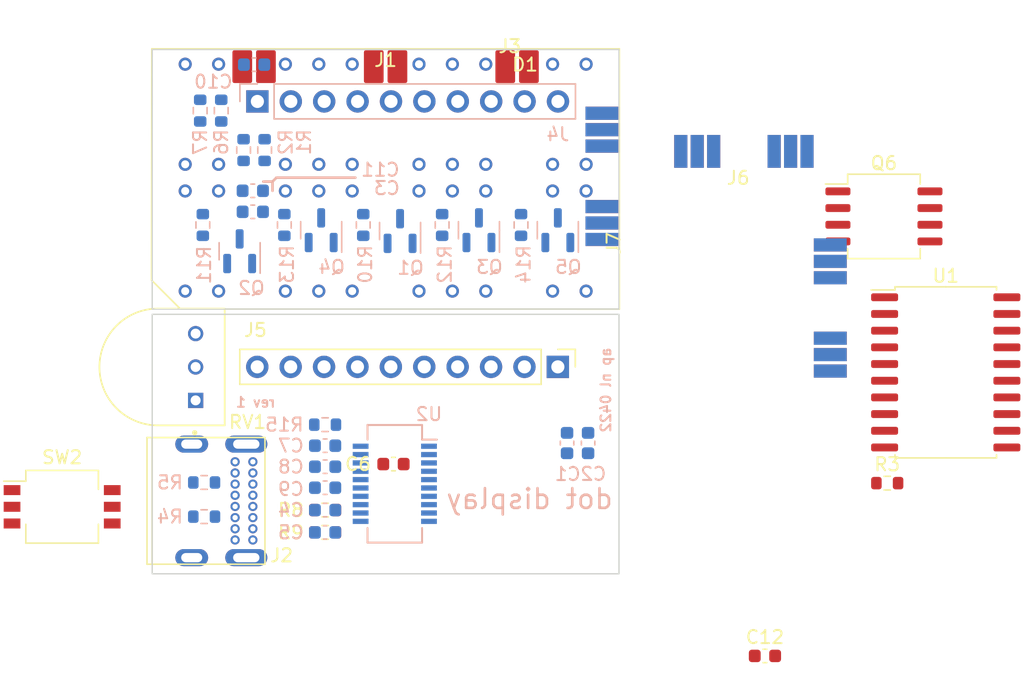
<source format=kicad_pcb>
(kicad_pcb (version 20211014) (generator pcbnew)
  (layers (0 "F.Cu" signal) (31 "B.Cu" signal) (34 "B.Paste" user) (35 "F.Paste" user) (36 "B.SilkS" user "B.Silkscreen") (37 "F.SilkS" user "F.Silkscreen") (38 "B.Mask" user) (39 "F.Mask" user) (44 "Edge.Cuts" user))
  (net 0 "")
  (net 1 "Net-(D1-Pad26A)")
  (net 2 "/COL_2")
  (net 3 "/COL_4")
  (net 4 "Net-(D1-Pad26B)")
  (net 5 "/COL_1")
  (net 6 "/V_COL")
  (net 7 "/COL_3")
  (net 8 "/COL_5")
  (net 9 "/A_DATA")
  (net 10 "/nBLNK")
  (net 11 "/CLK")
  (net 12 "GND")
  (net 13 "Net-(Q6-Pad3)")
  (net 14 "+5V")
  (net 15 "Net-(J2-PadA5)")
  (net 16 "/D+")
  (net 17 "/D-")
  (net 19 "Net-(J2-PadB5)")
  (net 21 "/MCU_COL_4")
  (net 22 "/MCU_COL_5")
  (net 23 "/POT")
  (net 26 "/MCU_DATA")
  (net 27 "/UPDI")
  (net 28 "/MCU_COL_1")
  (net 29 "/MCU_COL_2")
  (net 30 "/MCU_COL_3")
  (net 33 "+3V3")
  (net 39 "Net-(R9-Pad1)")
  (net 40 "Net-(R8-Pad1)")
  (net 44 "Net-(R15-Pad2)")
  (net 45 "Net-(Q1-Pad3)")
  (net 46 "Net-(Q2-Pad3)")
  (net 47 "Net-(Q3-Pad3)")
  (net 48 "Net-(Q4-Pad3)")
  (net 49 "Net-(Q5-Pad3)")
  (net 50 "/B_DATA")
  (net 52 "/DAISY_A_DATA")
  (net 54 "/DAISY_B_DATA")
  (net 55 "Net-(J2-PadA4)")
  (net 66 "/COL_PWM")
  (footprint "Package_SO:SOIC-20W_7.5x12.8mm_P1.27mm" (layer "F.Cu") (at 223.1 114.42)
    (fp_text reference "U1" (at 0 -7.35) (layer "F.SilkS"))
    (fp_text value "ATtiny826-SXX")
    (fp_line (start -3.86 -6.51) (end -3.86 -6.275) (layer "F.SilkS") (width 0.12))
    (fp_line (start -3.86 -6.275) (end -5.675 -6.275) (layer "F.SilkS") (width 0.12))
    (fp_line (start 0 6.51) (end -3.86 6.51) (layer "F.SilkS") (width 0.12))
    (fp_line (start 3.86 6.51) (end 3.86 6.275) (layer "F.SilkS") (width 0.12))
    (fp_line (start 0 -6.51) (end -3.86 -6.51) (layer "F.SilkS") (width 0.12))
    (fp_line (start -3.86 6.51) (end -3.86 6.275) (layer "F.SilkS") (width 0.12))
    (fp_line (start 0 6.51) (end 3.86 6.51) (layer "F.SilkS") (width 0.12))
    (fp_line (start 3.86 -6.51) (end 3.86 -6.275) (layer "F.SilkS") (width 0.12))
    (fp_line (start 0 -6.51) (end 3.86 -6.51) (layer "F.SilkS") (width 0.12))
    (pad "1" smd roundrect (at -4.65 -5.715) (size 2.05 0.6) (layers "F.Cu" "F.Paste" "F.Mask") (net 14 "+5V"))
    (pad "2" smd roundrect (at -4.65 -4.445) (size 2.05 0.6) (layers "F.Cu" "F.Paste" "F.Mask"))
    (pad "3" smd roundrect (at -4.65 -3.175) (size 2.05 0.6) (layers "F.Cu" "F.Paste" "F.Mask") (net 11 "/CLK"))
    (pad "4" smd roundrect (at -4.65 -1.905) (size 2.05 0.6) (layers "F.Cu" "F.Paste" "F.Mask"))
    (pad "5" smd roundrect (at -4.65 -0.635) (size 2.05 0.6) (layers "F.Cu" "F.Paste" "F.Mask") (net 10 "/nBLNK"))
    (pad "6" smd roundrect (at -4.65 0.635) (size 2.05 0.6) (layers "F.Cu" "F.Paste" "F.Mask") (net 26 "/MCU_DATA"))
    (pad "7" smd roundrect (at -4.65 1.905) (size 2.05 0.6) (layers "F.Cu" "F.Paste" "F.Mask") (net 22 "/MCU_COL_5"))
    (pad "8" smd roundrect (at -4.65 3.175) (size 2.05 0.6) (layers "F.Cu" "F.Paste" "F.Mask") (net 21 "/MCU_COL_4"))
    (pad "9" smd roundrect (at -4.65 4.445) (size 2.05 0.6) (layers "F.Cu" "F.Paste" "F.Mask") (net 30 "/MCU_COL_3"))
    (pad "10" smd roundrect (at -4.65 5.715) (size 2.05 0.6) (layers "F.Cu" "F.Paste" "F.Mask") (net 29 "/MCU_COL_2"))
    (pad "11" smd roundrect (at 4.65 5.715) (size 2.05 0.6) (layers "F.Cu" "F.Paste" "F.Mask") (net 28 "/MCU_COL_1"))
    (pad "12" smd roundrect (at 4.65 4.445) (size 2.05 0.6) (layers "F.Cu" "F.Paste" "F.Mask"))
    (pad "13" smd roundrect (at 4.65 3.175) (size 2.05 0.6) (layers "F.Cu" "F.Paste" "F.Mask"))
    (pad "14" smd roundrect (at 4.65 1.905) (size 2.05 0.6) (layers "F.Cu" "F.Paste" "F.Mask"))
    (pad "15" smd roundrect (at 4.65 0.635) (size 2.05 0.6) (layers "F.Cu" "F.Paste" "F.Mask"))
    (pad "16" smd roundrect (at 4.65 -0.635) (size 2.05 0.6) (layers "F.Cu" "F.Paste" "F.Mask") (net 27 "/UPDI"))
    (pad "17" smd roundrect (at 4.65 -1.905) (size 2.05 0.6) (layers "F.Cu" "F.Paste" "F.Mask"))
    (pad "18" smd roundrect (at 4.65 -3.175) (size 2.05 0.6) (layers "F.Cu" "F.Paste" "F.Mask") (net 23 "/POT"))
    (pad "19" smd roundrect (at 4.65 -4.445) (size 2.05 0.6) (layers "F.Cu" "F.Paste" "F.Mask") (net 66 "/COL_PWM"))
    (pad "20" smd roundrect (at 4.65 -5.715) (size 2.05 0.6) (layers "F.Cu" "F.Paste" "F.Mask") (net 12 "GND"))
  )
  (footprint "Resistor_SMD:R_0603_1608Metric" (layer "F.Cu") (at 175.9 124.9 180)
    (fp_text reference "R8" (at 2.6 0) (layer "F.SilkS"))
    (fp_text value "27")
    (fp_line (start -0.237258 -0.5225) (end 0.237258 -0.5225) (layer "F.SilkS") (width 0.12))
    (fp_line (start -0.237258 0.5225) (end 0.237258 0.5225) (layer "F.SilkS") (width 0.12))
    (pad "1" smd roundrect (at -0.825 0 180) (size 0.8 0.95) (layers "F.Cu" "F.Paste" "F.Mask") (net 40 "Net-(R8-Pad1)"))
    (pad "2" smd roundrect (at 0.825 0 180) (size 0.8 0.95) (layers "F.Cu" "F.Paste" "F.Mask") (net 17 "/D-"))
  )
  (footprint "hcms:input board to board con top bot" (layer "F.Cu") (at 196.95 99.55)
    (fp_text reference "J3" (at -7 -9.95 unlocked) (layer "F.SilkS"))
    (fp_text value "Conn_01x12")
    (pad "1" smd rect (at 0 -4.85) (size 2.5 1) (layers "B.Cu" "B.Paste" "B.Mask") (net 14 "+5V"))
    (pad "2" smd rect (at 0 -3.6) (size 2.5 1) (layers "B.Cu" "B.Paste" "B.Mask") (net 6 "/V_COL"))
    (pad "3" smd rect (at 0 -4.85) (size 2.5 1) (layers "F.Cu" "F.Paste" "F.Mask") (net 28 "/MCU_COL_1"))
    (pad "4" smd rect (at 0 -3.6) (size 2.5 1) (layers "F.Cu" "F.Paste" "F.Mask") (net 29 "/MCU_COL_2"))
    (pad "5" smd rect (at 0 -2.35) (size 2.5 1) (layers "F.Cu" "F.Paste" "F.Mask") (net 30 "/MCU_COL_3"))
    (pad "6" smd rect (at 0 2.25) (size 2.5 1) (layers "F.Cu" "F.Paste" "F.Mask") (net 21 "/MCU_COL_4"))
    (pad "7" smd rect (at 0 3.5) (size 2.5 1) (layers "F.Cu" "F.Paste" "F.Mask") (net 22 "/MCU_COL_5"))
    (pad "8" smd rect (at 0 4.75) (size 2.5 1) (layers "F.Cu" "F.Paste" "F.Mask") (net 10 "/nBLNK"))
    (pad "9" smd rect (at 0 -2.35) (size 2.5 1) (layers "B.Cu" "B.Paste" "B.Mask") (net 11 "/CLK"))
    (pad "10" smd rect (at 0 2.25) (size 2.5 1) (layers "B.Cu" "B.Paste" "B.Mask") (net 52 "/DAISY_A_DATA"))
    (pad "11" smd rect (at 0 3.5) (size 2.5 1) (layers "B.Cu" "B.Paste" "B.Mask") (net 54 "/DAISY_B_DATA"))
    (pad "12" smd rect (at 0 4.75) (size 2.5 1) (layers "B.Cu" "B.Paste" "B.Mask") (net 12 "GND"))
  )
  (footprint "hcms:input board to board con top bot" (layer "F.Cu") (at 214.32 109.57)
    (fp_text reference "J6" (at -7 -9.95 unlocked) (layer "F.SilkS"))
    (fp_text value "Conn_01x12")
    (pad "1" smd rect (at 0 -4.85) (size 2.5 1) (layers "B.Cu" "B.Paste" "B.Mask") (net 14 "+5V"))
    (pad "2" smd rect (at 0 -3.6) (size 2.5 1) (layers "B.Cu" "B.Paste" "B.Mask") (net 6 "/V_COL"))
    (pad "3" smd rect (at 0 -4.85) (size 2.5 1) (layers "F.Cu" "F.Paste" "F.Mask") (net 28 "/MCU_COL_1"))
    (pad "4" smd rect (at 0 -3.6) (size 2.5 1) (layers "F.Cu" "F.Paste" "F.Mask") (net 29 "/MCU_COL_2"))
    (pad "5" smd rect (at 0 -2.35) (size 2.5 1) (layers "F.Cu" "F.Paste" "F.Mask") (net 30 "/MCU_COL_3"))
    (pad "6" smd rect (at 0 2.25) (size 2.5 1) (layers "F.Cu" "F.Paste" "F.Mask") (net 21 "/MCU_COL_4"))
    (pad "7" smd rect (at 0 3.5) (size 2.5 1) (layers "F.Cu" "F.Paste" "F.Mask") (net 22 "/MCU_COL_5"))
    (pad "8" smd rect (at 0 4.75) (size 2.5 1) (layers "F.Cu" "F.Paste" "F.Mask") (net 10 "/nBLNK"))
    (pad "9" smd rect (at 0 -2.35) (size 2.5 1) (layers "B.Cu" "B.Paste" "B.Mask") (net 11 "/CLK"))
    (pad "10" smd rect (at 0 2.25) (size 2.5 1) (layers "B.Cu" "B.Paste" "B.Mask") (net 52 "/DAISY_A_DATA"))
    (pad "11" smd rect (at 0 3.5) (size 2.5 1) (layers "B.Cu" "B.Paste" "B.Mask") (net 54 "/DAISY_B_DATA"))
    (pad "12" smd rect (at 0 4.75) (size 2.5 1) (layers "B.Cu" "B.Paste" "B.Mask") (net 12 "GND"))
  )
  (footprint "Capacitor_SMD:C_0603_1608Metric" (layer "F.Cu") (at 209.35 136)
    (fp_text reference "C12" (at 0 -1.43) (layer "F.SilkS"))
    (fp_text value "100nF")
    (fp_line (start -0.14058 -0.51) (end 0.14058 -0.51) (layer "F.SilkS") (width 0.12))
    (fp_line (start -0.14058 0.51) (end 0.14058 0.51) (layer "F.SilkS") (width 0.12))
    (pad "1" smd roundrect (at -0.775 0) (size 0.9 0.95) (layers "F.Cu" "F.Paste" "F.Mask") (net 6 "/V_COL"))
    (pad "2" smd roundrect (at 0.775 0) (size 0.9 0.95) (layers "F.Cu" "F.Paste" "F.Mask") (net 12 "GND"))
  )
  (footprint "Capacitor_SMD:C_0603_1608Metric" (layer "F.Cu") (at 181.1 121.4 180)
    (fp_text reference "C6" (at 2.7 0) (layer "F.SilkS"))
    (fp_text value "100nF")
    (fp_line (start -0.14058 0.51) (end 0.14058 0.51) (layer "F.SilkS") (width 0.12))
    (fp_line (start -0.14058 -0.51) (end 0.14058 -0.51) (layer "F.SilkS") (width 0.12))
    (pad "1" smd roundrect (at -0.775 0 180) (size 0.9 0.95) (layers "F.Cu" "F.Paste" "F.Mask") (net 33 "+3V3"))
    (pad "2" smd roundrect (at 0.775 0 180) (size 0.9 0.95) (layers "F.Cu" "F.Paste" "F.Mask") (net 12 "GND"))
  )
  (footprint "hcms:input board to board con top bot" (layer "F.Cu") (at 207.8 97.6 90)
    (fp_text reference "J7" (at -7 -9.95 90 unlocked) (layer "F.SilkS"))
    (fp_text value "Conn_01x12")
    (pad "1" smd rect (at 0 -4.85 90) (size 2.5 1) (layers "B.Cu" "B.Paste" "B.Mask") (net 14 "+5V"))
    (pad "2" smd rect (at 0 -3.6 90) (size 2.5 1) (layers "B.Cu" "B.Paste" "B.Mask") (net 6 "/V_COL"))
    (pad "3" smd rect (at 0 -4.85 90) (size 2.5 1) (layers "F.Cu" "F.Paste" "F.Mask") (net 28 "/MCU_COL_1"))
    (pad "4" smd rect (at 0 -3.6 90) (size 2.5 1) (layers "F.Cu" "F.Paste" "F.Mask") (net 29 "/MCU_COL_2"))
    (pad "5" smd rect (at 0 -2.35 90) (size 2.5 1) (layers "F.Cu" "F.Paste" "F.Mask") (net 30 "/MCU_COL_3"))
    (pad "6" smd rect (at 0 2.25 90) (size 2.5 1) (layers "F.Cu" "F.Paste" "F.Mask") (net 21 "/MCU_COL_4"))
    (pad "7" smd rect (at 0 3.5 90) (size 2.5 1) (layers "F.Cu" "F.Paste" "F.Mask") (net 22 "/MCU_COL_5"))
    (pad "8" smd rect (at 0 4.75 90) (size 2.5 1) (layers "F.Cu" "F.Paste" "F.Mask") (net 10 "/nBLNK"))
    (pad "9" smd rect (at 0 -2.35 90) (size 2.5 1) (layers "B.Cu" "B.Paste" "B.Mask") (net 11 "/CLK"))
    (pad "10" smd rect (at 0 2.25 90) (size 2.5 1) (layers "B.Cu" "B.Paste" "B.Mask") (net 52 "/DAISY_A_DATA"))
    (pad "11" smd rect (at 0 3.5 90) (size 2.5 1) (layers "B.Cu" "B.Paste" "B.Mask") (net 54 "/DAISY_B_DATA"))
    (pad "12" smd rect (at 0 4.75 90) (size 2.5 1) (layers "B.Cu" "B.Paste" "B.Mask") (net 12 "GND"))
  )
  (footprint "Resistor_SMD:R_0603_1608Metric" (layer "F.Cu") (at 218.65 122.85)
    (fp_text reference "R3" (at 0 -1.43) (layer "F.SilkS"))
    (fp_text value "200")
    (fp_line (start -0.237258 0.5225) (end 0.237258 0.5225) (layer "F.SilkS") (width 0.12))
    (fp_line (start -0.237258 -0.5225) (end 0.237258 -0.5225) (layer "F.SilkS") (width 0.12))
    (pad "1" smd roundrect (at -0.825 0) (size 0.8 0.95) (layers "F.Cu" "F.Paste" "F.Mask") (net 66 "/COL_PWM"))
    (pad "2" smd roundrect (at 0.825 0) (size 0.8 0.95) (layers "F.Cu" "F.Paste" "F.Mask") (net 13 "Net-(Q6-Pad3)"))
  )
  (footprint "hcms:TRIM_3352T-1-201LF" (layer "F.Cu") (at 163.1825 114.01 90)
    (fp_text reference "RV1" (at -4.19 6.8175 180) (layer "F.SilkS"))
    (fp_text value "R_Potentiometer")
    (fp_line (start 4.445 0) (end 4.445 5.08) (layer "F.SilkS") (width 0.127))
    (fp_line (start -4.445 5.08) (end 4.445 5.08) (layer "F.SilkS") (width 0.127))
    (fp_line (start -4.445 0) (end -4.445 5.08) (layer "F.SilkS") (width 0.127))
    (fp_arc (start -4.445 0) (mid 0 -4.445) (end 4.445 0) (layer "F.SilkS") (width 0.127))
    (fp_circle (center -5 2.8) (end -4.9 2.8) (layer "F.SilkS") (width 0.2) (fill none))
    (pad "1" thru_hole rect (at -2.54 2.87 90) (size 1.16 1.16) (drill 0.76) (layers *.Cu *.Mask) (net 14 "+5V"))
    (pad "2" thru_hole circle (at 0 2.87 90) (size 1.16 1.16) (drill 0.76) (layers *.Cu *.Mask) (net 23 "/POT"))
    (pad "3" thru_hole circle (at 2.54 2.87 90) (size 1.16 1.16) (drill 0.76) (layers *.Cu *.Mask) (net 12 "GND"))
  )
  (footprint "hcms:board to board con top bot" (layer "F.Cu") (at 180.5 91.15)
    (fp_text reference "J1" (at 0 -0.5 unlocked) (layer "F.SilkS"))
    (fp_text value "Conn_01x12")
    (pad "1" smd roundrect (at -10.9 0) (size 1.5 2.5) (layers "F.Cu" "F.Paste" "F.Mask") (roundrect_rratio 0.1) (net 14 "+5V"))
    (pad "2" smd roundrect (at -9.1 0) (size 1.5 2.5) (layers "F.Cu" "F.Paste" "F.Mask") (roundrect_rratio 0.1) (net 6 "/V_COL"))
    (pad "3" smd roundrect (at -0.9 0) (size 1.5 2.5) (layers "F.Cu" "F.Paste" "F.Mask") (roundrect_rratio 0.1) (net 28 "/MCU_COL_1"))
    (pad "4" smd roundrect (at 0.9 0) (size 1.5 2.5) (layers "F.Cu" "F.Paste" "F.Mask") (roundrect_rratio 0.1) (net 29 "/MCU_COL_2"))
    (pad "5" smd roundrect (at 9.1 0) (size 1.5 2.5) (layers "F.Cu" "F.Paste" "F.Mask") (roundrect_rratio 0.1) (net 30 "/MCU_COL_3"))
    (pad "6" smd roundrect (at 10.9 0) (size 1.5 2.5) (layers "F.Cu" "F.Paste" "F.Mask") (roundrect_rratio 0.1) (net 21 "/MCU_COL_4"))
  )
  (footprint "Resistor_SMD:R_0603_1608Metric" (layer "F.Cu") (at 175.9 126.6 180)
    (fp_text reference "R9" (at 2.6 0) (layer "F.SilkS"))
    (fp_text value "27")
    (fp_line (start -0.237258 0.5225) (end 0.237258 0.5225) (layer "F.SilkS") (width 0.12))
    (fp_line (start -0.237258 -0.5225) (end 0.237258 -0.5225) (layer "F.SilkS") (width 0.12))
    (pad "1" smd roundrect (at -0.825 0 180) (size 0.8 0.95) (layers "F.Cu" "F.Paste" "F.Mask") (net 39 "Net-(R9-Pad1)"))
    (pad "2" smd roundrect (at 0.825 0 180) (size 0.8 0.95) (layers "F.Cu" "F.Paste" "F.Mask") (net 16 "/D+"))
  )
  (footprint "Package_SO:SO-8_5.3x6.2mm_P1.27mm" (layer "F.Cu") (at 218.4 102.55)
    (fp_text reference "Q6" (at 0 -4.05) (layer "F.SilkS"))
    (fp_text value "Q_PMOS_DSG")
    (fp_line (start -2.76 3.21) (end -2.76 2.465) (layer "F.SilkS") (width 0.12))
    (fp_line (start 0 -3.21) (end 2.76 -3.21) (layer "F.SilkS") (width 0.12))
    (fp_line (start 2.76 -3.21) (end 2.76 -2.465) (layer "F.SilkS") (width 0.12))
    (fp_line (start 0 3.21) (end 2.76 3.21) (layer "F.SilkS") (width 0.12))
    (fp_line (start 0 -3.21) (end -2.76 -3.21) (layer "F.SilkS") (width 0.12))
    (fp_line (start 0 3.21) (end -2.76 3.21) (layer "F.SilkS") (width 0.12))
    (fp_line (start -2.76 -2.465) (end -4.45 -2.465) (layer "F.SilkS") (width 0.12))
    (fp_line (start -2.76 -3.21) (end -2.76 -2.465) (layer "F.SilkS") (width 0.12))
    (fp_line (start 2.76 3.21) (end 2.76 2.465) (layer "F.SilkS") (width 0.12))
    (pad "1" smd roundrect (at -3.5 -1.905) (size 1.9 0.6) (layers "F.Cu" "F.Paste" "F.Mask") (net 6 "/V_COL"))
    (pad "2" smd roundrect (at -3.5 -0.635) (size 1.9 0.6) (layers "F.Cu" "F.Paste" "F.Mask") (net 14 "+5V"))
    (pad "3" smd roundrect (at -3.5 0.635) (size 1.9 0.6) (layers "F.Cu" "F.Paste" "F.Mask") (net 13 "Net-(Q6-Pad3)"))
    (pad "4" smd roundrect (at -3.5 1.905) (size 1.9 0.6) (layers "F.Cu" "F.Paste" "F.Mask"))
    (pad "5" smd roundrect (at 3.5 1.905) (size 1.9 0.6) (layers "F.Cu" "F.Paste" "F.Mask"))
    (pad "6" smd roundrect (at 3.5 0.635) (size 1.9 0.6) (layers "F.Cu" "F.Paste" "F.Mask"))
    (pad "7" smd roundrect (at 3.5 -0.635) (size 1.9 0.6) (layers "F.Cu" "F.Paste" "F.Mask"))
    (pad "8" smd roundrect (at 3.5 -1.905) (size 1.9 0.6) (layers "F.Cu" "F.Paste" "F.Mask"))
  )
  (footprint "hcms:HCMS-2722" (layer "F.Cu") (at 180.5 99.6)
    (fp_text reference "D1" (at 10.6 -8.6 unlocked) (layer "F.SilkS"))
    (fp_text value "HCMS-272X")
    (fp_line (start -17.78 -9.805) (end -17.8 7.8) (layer "F.SilkS") (width 0.12))
    (fp_line (start 17.78 10.005) (end 17.78 -9.805) (layer "F.SilkS") (width 0.12))
    (fp_line (start 17.78 10.005) (end -15.6 10) (layer "F.SilkS") (width 0.12))
    (fp_line (start -17.78 -9.805) (end 17.78 -9.805) (layer "F.SilkS") (width 0.12))
    (fp_line (start -17.8 7.8) (end -15.6 10) (layer "F.SilkS") (width 0.12))
    (pad "1A" thru_hole circle locked (at -15.24 8.635) (size 1 1) (drill 0.61) (layers *.Cu *.Mask))
    (pad "1B" thru_hole circle locked (at -15.24 -1.015) (size 1 1) (drill 0.61) (layers *.Cu *.Mask))
    (pad "2A" thru_hole circle locked (at -12.7 8.635) (size 1 1) (drill 0.61) (layers *.Cu *.Mask) (net 2 "/COL_2"))
    (pad "2B" thru_hole circle locked (at -12.7 -1.015) (size 1 1) (drill 0.61) (layers *.Cu *.Mask) (net 2 "/COL_2"))
    (pad "4A" thru_hole circle locked (at -7.62 8.635) (size 1 1) (drill 0.61) (layers *.Cu *.Mask) (net 3 "/COL_4"))
    (pad "4B" thru_hole circle locked (at -7.62 -1.015) (size 1 1) (drill 0.61) (layers *.Cu *.Mask) (net 3 "/COL_4"))
    (pad "5A" thru_hole circle locked (at -5.08 8.635) (size 1 1) (drill 0.61) (layers *.Cu *.Mask))
    (pad "5B" thru_hole circle locked (at -5.08 -1.015) (size 1 1) (drill 0.61) (layers *.Cu *.Mask))
    (pad "6A" thru_hole circle locked (at -2.54 8.635) (size 1 1) (drill 0.61) (layers *.Cu *.Mask))
    (pad "6B" thru_hole circle locked (at -2.54 -1.015) (size 1 1) (drill 0.61) (layers *.Cu *.Mask))
    (pad "8A" thru_hole circle locked (at 2.54 8.635) (size 1 1) (drill 0.61) (layers *.Cu *.Mask) (net 5 "/COL_1"))
    (pad "8B" thru_hole circle locked (at 2.54 -1.015) (size 1 1) (drill 0.61) (layers *.Cu *.Mask) (net 5 "/COL_1"))
    (pad "9A" thru_hole circle locked (at 5.08 8.635) (size 1 1) (drill 0.61) (layers *.Cu *.Mask))
    (pad "9B" thru_hole circle locked (at 5.08 -1.015) (size 1 1) (drill 0.61) (layers *.Cu *.Mask))
    (pad "10A" thru_hole circle locked (at 7.62 8.635) (size 1 1) (drill 0.61) (layers *.Cu *.Mask) (net 7 "/COL_3"))
    (pad "10B" thru_hole circle locked (at 7.62 -1.015) (size 1 1) (drill 0.61) (layers *.Cu *.Mask) (net 7 "/COL_3"))
    (pad "12A" thru_hole circle locked (at 12.7 8.635) (size 1 1) (drill 0.61) (layers *.Cu *.Mask) (net 8 "/COL_5"))
    (pad "12B" thru_hole circle locked (at 12.7 -1.015) (size 1 1) (drill 0.61) (layers *.Cu *.Mask) (net 8 "/COL_5"))
    (pad "13A" thru_hole circle locked (at 15.25 8.635) (size 1 1) (drill 0.61) (layers *.Cu *.Mask))
    (pad "13B" thru_hole circle locked (at 15.25 -1.015) (size 1 1) (drill 0.61) (layers *.Cu *.Mask))
    (pad "14A" thru_hole circle locked (at 15.25 1.015) (size 1 1) (drill 0.61) (layers *.Cu *.Mask) (net 9 "/A_DATA"))
    (pad "14B" thru_hole circle locked (at 15.25 -8.635) (size 1 1) (drill 0.61) (layers *.Cu *.Mask) (net 50 "/B_DATA"))
    (pad "15A" thru_hole circle locked (at 12.7 1.015) (size 1 1) (drill 0.61) (layers *.Cu *.Mask) (net 10 "/nBLNK"))
    (pad "15B" thru_hole circle locked (at 12.7 -8.635) (size 1 1) (drill 0.61) (layers *.Cu *.Mask) (net 10 "/nBLNK"))
    (pad "17A" thru_hole circle locked (at 7.62 1.015) (size 1 1) (drill 0.61) (layers *.Cu *.Mask) (net 11 "/CLK"))
    (pad "17B" thru_hole circle locked (at 7.62 -8.635) (size 1 1) (drill 0.61) (layers *.Cu *.Mask) (net 11 "/CLK"))
    (pad "18A" thru_hole circle locked (at 5.08 1.015) (size 1 1) (drill 0.61) (layers *.Cu *.Mask) (net 12 "GND"))
    (pad "18B" thru_hole circle locked (at 5.08 -8.635) (size 1 1) (drill 0.61) (layers *.Cu *.Mask) (net 12 "GND"))
    (pad "19A" thru_hole circle locked (at 2.54 1.015) (size 1 1) (drill 0.61) (layers *.Cu *.Mask))
    (pad "19B" thru_hole circle locked (at 2.54 -8.635) (size 1 1) (drill 0.61) (layers *.Cu *.Mask))
    (pad "21A" thru_hole circle locked (at -2.54 1.015) (size 1 1) (drill 0.61) (layers *.Cu *.Mask))
    (pad "21B" thru_hole circle locked (at -2.54 -8.635) (size 1 1) (drill 0.61) (layers *.Cu *.Mask))
    (pad "22A" thru_hole circle locked (at -5.08 1.015) (size 1 1) (drill 0.61) (layers *.Cu *.Mask) (net 10 "/nBLNK"))
    (pad "22B" thru_hole circle locked (at -5.08 -8.635) (size 1 1) (drill 0.61) (layers *.Cu *.Mask) (net 10 "/nBLNK"))
    (pad "23A" thru_hole circle locked (at -7.62 1.015) (size 1 1) (drill 0.61) (layers *.Cu *.Mask) (net 14 "+5V"))
    (pad "23B" thru_hole circle locked (at -7.62 -8.635) (size 1 1) (drill 0.61) (layers *.Cu *.Mask) (net 14 "+5V"))
    (pad "25A" thru_hole circle locked (at -12.7 1.015) (size 1 1) (drill 0.61) (layers *.Cu *.Mask) (net 12 "GND"))
    (pad "25B" thru_hole circle locked (at -12.7 -8.635) (size 1 1) (drill 0.61) (layers *.Cu *.Mask) (net 12 "GND"))
    (pad "26A" thru_hole circle locked (at -15.24 1.015) (size 1 1) (drill 0.61) (layers *.Cu *.Mask) (net 1 "Net-(D1-Pad26A)"))
    (pad "26B" thru_hole circle locked (at -15.24 -8.635) (size 1 1) (drill 0.61) (layers *.Cu *.Mask) (net 4 "Net-(D1-Pad26B)"))
  )
  (footprint "Button_Switch_SMD:SW_DIP_SPSTx03_Slide_KingTek_DSHP03TS_W7.62mm_P1.27mm" (layer "F.Cu") (at 155.9 124.65)
    (fp_text reference "SW2" (at 0 -3.765) (layer "F.SilkS"))
    (fp_text value "SW_SPST")
    (fp_line (start 2.76 -2.766) (end 2.76 -1.331) (layer "F.SilkS") (width 0.12))
    (fp_line (start -2.76 -2.766) (end -2.76 -1.95) (layer "F.SilkS") (width 0.12))
    (fp_line (start -2.76 -2.766) (end 2.76 -2.766) (layer "F.SilkS") (width 0.12))
    (fp_line (start 2.76 1.33) (end 2.76 2.765) (layer "F.SilkS") (width 0.12))
    (fp_line (start -4.446 -1.95) (end -2.76 -1.95) (layer "F.SilkS") (width 0.12))
    (fp_line (start -2.76 1.33) (end -2.76 2.765) (layer "F.SilkS") (width 0.12))
    (fp_line (start -2.76 2.765) (end 2.76 2.765) (layer "F.SilkS") (width 0.12))
    (pad "1" smd rect (at -3.81 -1.27) (size 1.27 0.76) (layers "F.Cu" "F.Paste" "F.Mask") (net 55 "Net-(J2-PadA4)"))
    (pad "2" smd rect (at -3.81 0) (size 1.27 0.76) (layers "F.Cu" "F.Paste" "F.Mask") (net 14 "+5V"))
    (pad "3" smd rect (at -3.81 1.27) (size 1.27 0.76) (layers "F.Cu" "F.Paste" "F.Mask"))
    (pad "4" smd rect (at 3.81 1.27) (size 1.27 0.76) (layers "F.Cu" "F.Paste" "F.Mask"))
    (pad "5" smd rect (at 3.81 0) (size 1.27 0.76) (layers "F.Cu" "F.Paste" "F.Mask"))
    (pad "6" smd rect (at 3.81 -1.27) (size 1.27 0.76) (layers "F.Cu" "F.Paste" "F.Mask"))
  )
  (footprint "hcms:213716-0001" (layer "F.Cu") (at 166.84 124.2 -90)
    (fp_text reference "J2" (at 4.15 -5.76 unlocked) (layer "F.SilkS"))
    (fp_text value "USB_C_Receptacle_USB2.0")
    (fp_line (start -4.82 -4.485) (end 4.82 -4.485) (layer "F.SilkS") (width 0.12))
    (fp_line (start 4.82 -4.485) (end 4.82 4.485) (layer "F.SilkS") (width 0.12))
    (fp_line (start 4.82 4.485) (end -4.82 4.485) (layer "F.SilkS") (width 0.12))
    (fp_line (start -4.82 4.485) (end -4.82 -4.485) (layer "F.SilkS") (width 0.12))
    (fp_line (start -4.8 4.1) (end 4.8 4.1) (layer "F.SilkS") (width 0.12))
    (pad "A1" thru_hole circle (at -2.975 -3.565 270) (size 0.7 0.7) (drill 0.4) (layers *.Cu *.Mask) (net 12 "GND"))
    (pad "A4" thru_hole circle (at -2.125 -3.565 270) (size 0.7 0.7) (drill 0.4) (layers *.Cu *.Mask) (net 55 "Net-(J2-PadA4)"))
    (pad "A5" thru_hole circle (at -1.275 -3.565 270) (size 0.7 0.7) (drill 0.4) (layers *.Cu *.Mask) (net 15 "Net-(J2-PadA5)"))
    (pad "A6" thru_hole circle (at -0.425 -3.565 270) (size 0.7 0.7) (drill 0.4) (layers *.Cu *.Mask) (net 16 "/D+"))
    (pad "A7" thru_hole circle (at 0.425 -3.565 270) (size 0.7 0.7) (drill 0.4) (layers *.Cu *.Mask) (net 17 "/D-"))
    (pad "A8" thru_hole circle (at 1.275 -3.565 270) (size 0.7 0.7) (drill 0.4) (layers *.Cu *.Mask))
    (pad "A9" thru_hole circle (at 2.125 -3.565 270) (size 0.7 0.7) (drill 0.4) (layers *.Cu *.Mask) (net 55 "Net-(J2-PadA4)"))
    (pad "A12" thru_hole circle (at 2.975 -3.565 270) (size 0.7 0.7) (drill 0.4) (layers *.Cu *.Mask) (net 12 "GND"))
    (pad "B1" thru_hole circle (at 2.975 -2.215 270) (size 0.7 0.7) (drill 0.4) (layers *.Cu *.Mask) (net 12 "GND"))
    (pad "B4" thru_hole circle (at 2.125 -2.215 270) (size 0.7 0.7) (drill 0.4) (layers *.Cu *.Mask) (net 55 "Net-(J2-PadA4)"))
    (pad "B5" thru_hole circle (at 1.275 -2.215 270) (size 0.7 0.7) (drill 0.4) (layers *.Cu *.Mask) (net 19 "Net-(J2-PadB5)"))
    (pad "B6" thru_hole circle (at 0.425 -2.215 270) (size 0.7 0.7) (drill 0.4) (layers *.Cu *.Mask) (net 16 "/D+"))
    (pad "B7" thru_hole circle (at -0.425 -2.215 270) (size 0.7 0.7) (drill 0.4) (layers *.Cu *.Mask) (net 17 "/D-"))
    (pad "B8" thru_hole circle (at -1.275 -2.215 270) (size 0.7 0.7) (drill 0.4) (layers *.Cu *.Mask))
    (pad "B9" thru_hole circle (at -2.125 -2.215 270) (size 0.7 0.7) (drill 0.4) (layers *.Cu *.Mask) (net 55 "Net-(J2-PadA4)"))
    (pad "B12" thru_hole circle (at -2.975 -2.215 270) (size 0.7 0.7) (drill 0.4) (layers *.Cu *.Mask) (net 12 "GND"))
    (pad "S1" thru_hole oval (at 4.32 1.085 270) (size 1.3 2.5) (drill oval 0.7 1.6) (layers *.Cu *.Mask) (net 12 "GND"))
    (pad "S1" thru_hole oval (at 4.32 -3.065 270) (size 1.3 3.2) (drill oval 0.7 2) (layers *.Cu *.Mask) (net 12 "GND"))
    (pad "S1" thru_hole oval (at -4.32 -3.065 270) (size 1.3 3.2) (drill oval 0.7 2) (layers *.Cu *.Mask) (net 12 "GND"))
    (pad "S1" thru_hole oval (at -4.32 1.085 270) (size 1.3 2.5) (drill oval 0.7 1.6) (layers *.Cu *.Mask) (net 12 "GND"))
  )
  (footprint "Connector_PinHeader_2.54mm:PinHeader_1x10_P2.54mm_Vertical" (layer "F.Cu") (at 193.6 114 -90)
    (fp_text reference "J5" (at -2.8 23) (layer "F.SilkS"))
    (fp_text value "Conn_01x11_Male")
    (fp_line (start -1.33 24.19) (end 1.33 24.19) (layer "F.SilkS") (width 0.12))
    (fp_line (start -1.33 1.27) (end -1.33 24.19) (layer "F.SilkS") (width 0.12))
    (fp_line (start -1.33 0) (end -1.33 -1.33) (layer "F.SilkS") (width 0.12))
    (fp_line (start -1.33 1.27) (end 1.33 1.27) (layer "F.SilkS") (width 0.12))
    (fp_line (start -1.33 -1.33) (end 0 -1.33) (layer "F.SilkS") (width 0.12))
    (fp_line (start 1.33 1.27) (end 1.33 24.19) (layer "F.SilkS") (width 0.12))
    (pad "1" thru_hole rect locked (at 0 0 270) (size 1.7 1.7) (drill 1) (layers *.Cu *.Mask) (net 14 "+5V"))
    (pad "2" thru_hole oval locked (at 0 2.54 270) (size 1.7 1.7) (drill 1) (layers *.Cu *.Mask) (net 6 "/V_COL"))
    (pad "3" thru_hole oval locked (at 0 5.08 270) (size 1.7 1.7) (drill 1) (layers *.Cu *.Mask) (net 28 "/MCU_COL_1"))
    (pad "4" thru_hole oval locked (at 0 7.62 270) (size 1.7 1.7) (drill 1) (layers *.Cu *.Mask) (net 29 "/MCU_COL_2"))
    (pad "5" thru_hole oval locked (at 0 10.16 270) (size 1.7 1.7) (drill 1) (layers *.Cu *.Mask) (net 30 "/MCU_COL_3"))
    (pad "6" thru_hole oval locked (at 0 12.7 270) (size 1.7 1.7) (drill 1) (layers *.Cu *.Mask) (net 21 "/MCU_COL_4"))
    (pad "7" thru_hole oval locked (at 0 15.24 270) (size 1.7 1.7) (drill 1) (layers *.Cu *.Mask) (net 22 "/MCU_COL_5"))
    (pad "8" thru_hole oval locked (at 0 17.78 270) (size 1.7 1.7) (drill 1) (layers *.Cu *.Mask) (net 10 "/nBLNK"))
    (pad "9" thru_hole oval locked (at 0 20.32 270) (size 1.7 1.7) (drill 1) (layers *.Cu *.Mask) (net 11 "/CLK"))
    (pad "10" thru_hole oval locked (at 0 22.86 270) (size 1.7 1.7) (drill 1) (layers *.Cu *.Mask) (net 26 "/MCU_DATA"))
  )
  (footprint "Connector_PinHeader_2.54mm:PinHeader_1x10_P2.54mm_Vertical" (layer "B.Cu") (at 170.75 93.8 -90)
    (fp_text reference "J4" (at 2.5 -22.85 180) (layer "B.SilkS") (effects (justify mirror)))
    (fp_text value "Conn_01x11_Female")
    (fp_line (start -1.33 -1.27) (end -1.33 -24.19) (layer "B.SilkS") (width 0.12))
    (fp_line (start -1.33 0) (end -1.33 1.33) (layer "B.SilkS") (width 0.12))
    (fp_line (start 1.33 -1.27) (end 1.33 -24.19) (layer "B.SilkS") (width 0.12))
    (fp_line (start -1.33 -24.19) (end 1.33 -24.19) (layer "B.SilkS") (width 0.12))
    (fp_line (start -1.33 1.33) (end 0 1.33) (layer "B.SilkS") (width 0.12))
    (fp_line (start -1.33 -1.27) (end 1.33 -1.27) (layer "B.SilkS") (width 0.12))
    (pad "1" thru_hole rect locked (at 0 0 270) (size 1.7 1.7) (drill 1) (layers *.Cu *.Mask) (net 14 "+5V"))
    (pad "2" thru_hole oval locked (at 0 -2.54 270) (size 1.7 1.7) (drill 1) (layers *.Cu *.Mask) (net 6 "/V_COL"))
    (pad "3" thru_hole oval locked (at 0 -5.08 270) (size 1.7 1.7) (drill 1) (layers *.Cu *.Mask) (net 28 "/MCU_COL_1"))
    (pad "4" thru_hole oval locked (at 0 -7.62 270) (size 1.7 1.7) (drill 1) (layers *.Cu *.Mask) (net 29 "/MCU_COL_2"))
    (pad "5" thru_hole oval locked (at 0 -10.16 270) (size 1.7 1.7) (drill 1) (layers *.Cu *.Mask) (net 30 "/MCU_COL_3"))
    (pad "6" thru_hole oval locked (at 0 -12.7 270) (size 1.7 1.7) (drill 1) (layers *.Cu *.Mask) (net 21 "/MCU_COL_4"))
    (pad "7" thru_hole oval locked (at 0 -15.24 270) (size 1.7 1.7) (drill 1) (layers *.Cu *.Mask) (net 22 "/MCU_COL_5"))
    (pad "8" thru_hole oval locked (at 0 -17.78 270) (size 1.7 1.7) (drill 1) (layers *.Cu *.Mask) (net 10 "/nBLNK"))
    (pad "9" thru_hole oval locked (at 0 -20.32 270) (size 1.7 1.7) (drill 1) (layers *.Cu *.Mask) (net 11 "/CLK"))
    (pad "10" thru_hole oval locked (at 0 -22.86 270) (size 1.7 1.7) (drill 1) (layers *.Cu *.Mask) (net 26 "/MCU_DATA"))
  )
  (footprint "Package_SO:SSOP-20_3.9x8.7mm_P0.635mm" (layer "B.Cu") (at 181.2 122.9 180)
    (fp_text reference "U2" (at -2.6 5.3) (layer "B.SilkS") (effects (justify mirror)))
    (fp_text value "FT231XS")
    (fp_line (start -2.075 3.365) (end -3.2 3.365) (layer "B.SilkS") (width 0.15))
    (fp_line (start 2.075 -4.475) (end 2.075 -3.365) (layer "B.SilkS") (width 0.15))
    (fp_line (start -2.075 -4.475) (end -2.075 -3.365) (layer "B.SilkS") (width 0.15))
    (fp_line (start -2.075 -4.475) (end 2.075 -4.475) (layer "B.SilkS") (width 0.15))
    (fp_line (start -2.075 3.365) (end -2.075 4.475) (layer "B.SilkS") (width 0.15))
    (fp_line (start -2.075 4.475) (end 2.075 4.475) (layer "B.SilkS") (width 0.15))
    (fp_line (start 2.075 4.475) (end 2.075 3.365) (layer "B.SilkS") (width 0.15))
    (pad "1" smd rect (at -2.6 2.8575 180) (size 1.2 0.4) (layers "B.Cu" "B.Paste" "B.Mask"))
    (pad "2" smd rect (at -2.6 2.2225 180) (size 1.2 0.4) (layers "B.Cu" "B.Paste" "B.Mask"))
    (pad "3" smd rect (at -2.6 1.5875 180) (size 1.2 0.4) (layers "B.Cu" "B.Paste" "B.Mask") (net 33 "+3V3"))
    (pad "4" smd rect (at -2.6 0.9525 180) (size 1.2 0.4) (layers "B.Cu" "B.Paste" "B.Mask") (net 27 "/UPDI"))
    (pad "5" smd rect (at -2.6 0.3175 180) (size 1.2 0.4) (layers "B.Cu" "B.Paste" "B.Mask"))
    (pad "6" smd rect (at -2.6 -0.3175 180) (size 1.2 0.4) (layers "B.Cu" "B.Paste" "B.Mask") (net 12 "GND"))
    (pad "7" smd rect (at -2.6 -0.9525 180) (size 1.2 0.4) (layers "B.Cu" "B.Paste" "B.Mask"))
    (pad "8" smd rect (at -2.6 -1.5875 180) (size 1.2 0.4) (layers "B.Cu" "B.Paste" "B.Mask"))
    (pad "9" smd rect (at -2.6 -2.2225 180) (size 1.2 0.4) (layers "B.Cu" "B.Paste" "B.Mask"))
    (pad "10" smd rect (at -2.6 -2.8575 180) (size 1.2 0.4) (layers "B.Cu" "B.Paste" "B.Mask"))
    (pad "11" smd rect (at 2.6 -2.8575 180) (size 1.2 0.4) (layers "B.Cu" "B.Paste" "B.Mask") (net 39 "Net-(R9-Pad1)"))
    (pad "12" smd rect (at 2.6 -2.2225 180) (size 1.2 0.4) (layers "B.Cu" "B.Paste" "B.Mask") (net 40 "Net-(R8-Pad1)"))
    (pad "13" smd rect (at 2.6 -1.5875 180) (size 1.2 0.4) (layers "B.Cu" "B.Paste" "B.Mask") (net 33 "+3V3"))
    (pad "14" smd rect (at 2.6 -0.9525 180) (size 1.2 0.4) (layers "B.Cu" "B.Paste" "B.Mask") (net 33 "+3V3"))
    (pad "15" smd rect (at 2.6 -0.3175 180) (size 1.2 0.4) (layers "B.Cu" "B.Paste" "B.Mask") (net 14 "+5V"))
    (pad "16" smd rect (at 2.6 0.3175 180) (size 1.2 0.4) (layers "B.Cu" "B.Paste" "B.Mask") (net 12 "GND"))
    (pad "17" smd rect (at 2.6 0.9525 180) (size 1.2 0.4) (layers "B.Cu" "B.Paste" "B.Mask"))
    (pad "18" smd rect (at 2.6 1.5875 180) (size 1.2 0.4) (layers "B.Cu" "B.Paste" "B.Mask"))
    (pad "19" smd rect (at 2.6 2.2225 180) (size 1.2 0.4) (layers "B.Cu" "B.Paste" "B.Mask"))
    (pad "20" smd rect (at 2.6 2.8575 180) (size 1.2 0.4) (layers "B.Cu" "B.Paste" "B.Mask") (net 44 "Net-(R15-Pad2)"))
  )
  (footprint "Capacitor_SMD:C_0603_1608Metric" (layer "B.Cu") (at 175.9 120 180)
    (fp_text reference "C7" (at 2.6 0) (layer "B.SilkS") (effects (justify mirror)))
    (fp_text value "4.7uF")
    (fp_line (start -0.14058 0.51) (end 0.14058 0.51) (layer "B.SilkS") (width 0.12))
    (fp_line (start -0.14058 -0.51) (end 0.14058 -0.51) (layer "B.SilkS") (width 0.12))
    (pad "1" smd roundrect (at -0.775 0 180) (size 0.9 0.95) (layers "B.Cu" "B.Paste" "B.Mask") (net 14 "+5V"))
    (pad "2" smd roundrect (at 0.775 0 180) (size 0.9 0.95) (layers "B.Cu" "B.Paste" "B.Mask") (net 12 "GND"))
  )
  (footprint "Capacitor_SMD:C_0603_1608Metric" (layer "B.Cu") (at 175.9 123.2 180)
    (fp_text reference "C9" (at 2.6 -0.1) (layer "B.SilkS") (effects (justify mirror)))
    (fp_text value "10nF")
    (fp_line (start -0.14058 0.51) (end 0.14058 0.51) (layer "B.SilkS") (width 0.12))
    (fp_line (start -0.14058 -0.51) (end 0.14058 -0.51) (layer "B.SilkS") (width 0.12))
    (pad "1" smd roundrect (at -0.775 0 180) (size 0.9 0.95) (layers "B.Cu" "B.Paste" "B.Mask") (net 14 "+5V"))
    (pad "2" smd roundrect (at 0.775 0 180) (size 0.9 0.95) (layers "B.Cu" "B.Paste" "B.Mask") (net 12 "GND"))
  )
  (footprint "Resistor_SMD:R_0603_1608Metric" (layer "B.Cu") (at 168 94.5 -90)
    (fp_text reference "R6" (at 2.4 0 90) (layer "B.SilkS") (effects (justify mirror)))
    (fp_text value "0")
    (fp_line (start -0.237258 0.5225) (end 0.237258 0.5225) (layer "B.SilkS") (width 0.12))
    (fp_line (start -0.237258 -0.5225) (end 0.237258 -0.5225) (layer "B.SilkS") (width 0.12))
    (pad "1" smd roundrect (at -0.825 0 270) (size 0.8 0.95) (layers "B.Cu" "B.Paste" "B.Mask") (net 4 "Net-(D1-Pad26B)"))
    (pad "2" smd roundrect (at 0.825 0 270) (size 0.8 0.95) (layers "B.Cu" "B.Paste" "B.Mask") (net 9 "/A_DATA"))
  )
  (footprint "Resistor_SMD:R_0603_1608Metric" (layer "B.Cu") (at 172.8 103.2 90)
    (fp_text reference "R13" (at -3 0.2 270) (layer "B.SilkS") (effects (justify mirror)))
    (fp_text value "200")
    (fp_line (start -0.237258 -0.5225) (end 0.237258 -0.5225) (layer "B.SilkS") (width 0.12))
    (fp_line (start -0.237258 0.5225) (end 0.237258 0.5225) (layer "B.SilkS") (width 0.12))
    (pad "1" smd roundrect (at -0.825 0 90) (size 0.8 0.95) (layers "B.Cu" "B.Paste" "B.Mask") (net 48 "Net-(Q4-Pad3)"))
    (pad "2" smd roundrect (at 0.825 0 90) (size 0.8 0.95) (layers "B.Cu" "B.Paste" "B.Mask") (net 21 "/MCU_COL_4"))
  )
  (footprint "Capacitor_SMD:C_0603_1608Metric" (layer "B.Cu") (at 170.5 91 180)
    (fp_text reference "C10" (at 3.1 -1.3) (layer "B.SilkS") (effects (justify mirror)))
    (fp_text value "10nF")
    (fp_line (start -0.14058 0.51) (end 0.14058 0.51) (layer "B.SilkS") (width 0.12))
    (fp_line (start -0.14058 -0.51) (end 0.14058 -0.51) (layer "B.SilkS") (width 0.12))
    (pad "1" smd roundrect (at -0.775 0 180) (size 0.9 0.95) (layers "B.Cu" "B.Paste" "B.Mask") (net 14 "+5V"))
    (pad "2" smd roundrect (at 0.775 0 180) (size 0.9 0.95) (layers "B.Cu" "B.Paste" "B.Mask") (net 12 "GND"))
  )
  (footprint "Resistor_SMD:R_0603_1608Metric" (layer "B.Cu") (at 184.8 103.2 90)
    (fp_text reference "R12" (at -3 0.2 270) (layer "B.SilkS") (effects (justify mirror)))
    (fp_text value "200")
    (fp_line (start -0.237258 0.5225) (end 0.237258 0.5225) (layer "B.SilkS") (width 0.12))
    (fp_line (start -0.237258 -0.5225) (end 0.237258 -0.5225) (layer "B.SilkS") (width 0.12))
    (pad "1" smd roundrect (at -0.825 0 90) (size 0.8 0.95) (layers "B.Cu" "B.Paste" "B.Mask") (net 47 "Net-(Q3-Pad3)"))
    (pad "2" smd roundrect (at 0.825 0 90) (size 0.8 0.95) (layers "B.Cu" "B.Paste" "B.Mask") (net 30 "/MCU_COL_3"))
  )
  (footprint "Package_TO_SOT_SMD:SOT-23" (layer "B.Cu") (at 181.6 103.6625 90)
    (fp_text reference "Q1" (at -2.8 0.8 180) (layer "B.SilkS") (effects (justify mirror)))
    (fp_text value "Q_PMOS_DSG")
    (fp_line (start 0 -1.56) (end 0.65 -1.56) (layer "B.SilkS") (width 0.12))
    (fp_line (start 0 1.56) (end 0.65 1.56) (layer "B.SilkS") (width 0.12))
    (fp_line (start 0 -1.56) (end -0.65 -1.56) (layer "B.SilkS") (width 0.12))
    (fp_line (start 0 1.56) (end -1.675 1.56) (layer "B.SilkS") (width 0.12))
    (pad "1" smd roundrect (at -0.9375 0.95 90) (size 1.475 0.6) (layers "B.Cu" "B.Paste" "B.Mask") (net 5 "/COL_1"))
    (pad "2" smd roundrect (at -0.9375 -0.95 90) (size 1.475 0.6) (layers "B.Cu" "B.Paste" "B.Mask") (net 6 "/V_COL"))
    (pad "3" smd roundrect (at 0.9375 0 90) (size 1.475 0.6) (layers "B.Cu" "B.Paste" "B.Mask") (net 45 "Net-(Q1-Pad3)"))
  )
  (footprint "Capacitor_SMD:C_0603_1608Metric" (layer "B.Cu") (at 170.4 102.2 180)
    (fp_text reference "C3" (at -10.2 1.8) (layer "B.SilkS") (effects (justify mirror)))
    (fp_text value "100nF")
    (fp_line (start -0.14058 -0.51) (end 0.14058 -0.51) (layer "B.SilkS") (width 0.12))
    (fp_line (start -0.14058 0.51) (end 0.14058 0.51) (layer "B.SilkS") (width 0.12))
    (pad "1" smd roundrect (at -0.775 0 180) (size 0.9 0.95) (layers "B.Cu" "B.Paste" "B.Mask") (net 14 "+5V"))
    (pad "2" smd roundrect (at 0.775 0 180) (size 0.9 0.95) (layers "B.Cu" "B.Paste" "B.Mask") (net 12 "GND"))
  )
  (footprint "Resistor_SMD:R_0603_1608Metric" (layer "B.Cu") (at 166.6 103.2 90)
    (fp_text reference "R11" (at -3.05 0.1 270) (layer "B.SilkS") (effects (justify mirror)))
    (fp_text value "200")
    (fp_line (start -0.237258 0.5225) (end 0.237258 0.5225) (layer "B.SilkS") (width 0.12))
    (fp_line (start -0.237258 -0.5225) (end 0.237258 -0.5225) (layer "B.SilkS") (width 0.12))
    (pad "1" smd roundrect (at -0.825 0 90) (size 0.8 0.95) (layers "B.Cu" "B.Paste" "B.Mask") (net 46 "Net-(Q2-Pad3)"))
    (pad "2" smd roundrect (at 0.825 0 90) (size 0.8 0.95) (layers "B.Cu" "B.Paste" "B.Mask") (net 29 "/MCU_COL_2"))
  )
  (footprint "Package_TO_SOT_SMD:SOT-23" (layer "B.Cu") (at 169.4 105.2 90)
    (fp_text reference "Q2" (at -2.8 0.9 180) (layer "B.SilkS") (effects (justify mirror)))
    (fp_text value "Q_PMOS_DSG")
    (fp_line (start 0 -1.56) (end -0.65 -1.56) (layer "B.SilkS") (width 0.12))
    (fp_line (start 0 -1.56) (end 0.65 -1.56) (layer "B.SilkS") (width 0.12))
    (fp_line (start 0 1.56) (end 0.65 1.56) (layer "B.SilkS") (width 0.12))
    (fp_line (start 0 1.56) (end -1.675 1.56) (layer "B.SilkS") (width 0.12))
    (pad "1" smd roundrect (at -0.9375 0.95 90) (size 1.475 0.6) (layers "B.Cu" "B.Paste" "B.Mask") (net 2 "/COL_2"))
    (pad "2" smd roundrect (at -0.9375 -0.95 90) (size 1.475 0.6) (layers "B.Cu" "B.Paste" "B.Mask") (net 6 "/V_COL"))
    (pad "3" smd roundrect (at 0.9375 0 90) (size 1.475 0.6) (layers "B.Cu" "B.Paste" "B.Mask") (net 46 "Net-(Q2-Pad3)"))
  )
  (footprint "Resistor_SMD:R_0603_1608Metric" (layer "B.Cu") (at 166.7 125.4 180)
    (fp_text reference "R4" (at 2.6 0) (layer "B.SilkS") (effects (justify mirror)))
    (fp_text value "10k")
    (fp_line (start -0.237258 -0.5225) (end 0.237258 -0.5225) (layer "B.SilkS") (width 0.12))
    (fp_line (start -0.237258 0.5225) (end 0.237258 0.5225) (layer "B.SilkS") (width 0.12))
    (pad "1" smd roundrect (at -0.825 0 180) (size 0.8 0.95) (layers "B.Cu" "B.Paste" "B.Mask") (net 19 "Net-(J2-PadB5)"))
    (pad "2" smd roundrect (at 0.825 0 180) (size 0.8 0.95) (layers "B.Cu" "B.Paste" "B.Mask") (net 12 "GND"))
  )
  (footprint "Capacitor_SMD:C_0603_1608Metric" (layer "B.Cu") (at 175.9 126.6)
    (fp_text reference "C5" (at -2.6 0) (layer "B.SilkS") (effects (justify mirror)))
    (fp_text value "47pF")
    (fp_line (start -0.14058 -0.51) (end 0.14058 -0.51) (layer "B.SilkS") (width 0.12))
    (fp_line (start -0.14058 0.51) (end 0.14058 0.51) (layer "B.SilkS") (width 0.12))
    (pad "1" smd roundrect (at -0.775 0) (size 0.9 0.95) (layers "B.Cu" "B.Paste" "B.Mask") (net 16 "/D+"))
    (pad "2" smd roundrect (at 0.775 0) (size 0.9 0.95) (layers "B.Cu" "B.Paste" "B.Mask") (net 12 "GND"))
  )
  (footprint "Package_TO_SOT_SMD:SOT-23" (layer "B.Cu") (at 187.6 103.6 90)
    (fp_text reference "Q3" (at -2.8 0.8 180) (layer "B.SilkS") (effects (justify mirror)))
    (fp_text value "Q_PMOS_DSG")
    (fp_line (start 0 1.56) (end 0.65 1.56) (layer "B.SilkS") (width 0.12))
    (fp_line (start 0 -1.56) (end -0.65 -1.56) (layer "B.SilkS") (width 0.12))
    (fp_line (start 0 -1.56) (end 0.65 -1.56) (layer "B.SilkS") (width 0.12))
    (fp_line (start 0 1.56) (end -1.675 1.56) (layer "B.SilkS") (width 0.12))
    (pad "1" smd roundrect (at -0.9375 0.95 90) (size 1.475 0.6) (layers "B.Cu" "B.Paste" "B.Mask") (net 7 "/COL_3"))
    (pad "2" smd roundrect (at -0.9375 -0.95 90) (size 1.475 0.6) (layers "B.Cu" "B.Paste" "B.Mask") (net 6 "/V_COL"))
    (pad "3" smd roundrect (at 0.9375 0 90) (size 1.475 0.6) (layers "B.Cu" "B.Paste" "B.Mask") (net 47 "Net-(Q3-Pad3)"))
  )
  (footprint "Capacitor_SMD:C_0603_1608Metric" (layer "B.Cu") (at 175.9 121.6 180)
    (fp_text reference "C8" (at 2.6 0) (layer "B.SilkS") (effects (justify mirror)))
    (fp_text value "100nF")
    (fp_line (start -0.14058 -0.51) (end 0.14058 -0.51) (layer "B.SilkS") (width 0.12))
    (fp_line (start -0.14058 0.51) (end 0.14058 0.51) (layer "B.SilkS") (width 0.12))
    (pad "1" smd roundrect (at -0.775 0 180) (size 0.9 0.95) (layers "B.Cu" "B.Paste" "B.Mask") (net 14 "+5V"))
    (pad "2" smd roundrect (at 0.775 0 180) (size 0.9 0.95) (layers "B.Cu" "B.Paste" "B.Mask") (net 12 "GND"))
  )
  (footprint "Package_TO_SOT_SMD:SOT-23" (layer "B.Cu") (at 175.6 103.6 90)
    (fp_text reference "Q4" (at -2.8 0.8 180) (layer "B.SilkS") (effects (justify mirror)))
    (fp_text value "Q_PMOS_DSG")
    (fp_line (start 0 -1.56) (end -0.65 -1.56) (layer "B.SilkS") (width 0.12))
    (fp_line (start 0 1.56) (end 0.65 1.56) (layer "B.SilkS") (width 0.12))
    (fp_line (start 0 -1.56) (end 0.65 -1.56) (layer "B.SilkS") (width 0.12))
    (fp_line (start 0 1.56) (end -1.675 1.56) (layer "B.SilkS") (width 0.12))
    (pad "1" smd roundrect (at -0.9375 0.95 90) (size 1.475 0.6) (layers "B.Cu" "B.Paste" "B.Mask") (net 3 "/COL_4"))
    (pad "2" smd roundrect (at -0.9375 -0.95 90) (size 1.475 0.6) (layers "B.Cu" "B.Paste" "B.Mask") (net 6 "/V_COL"))
    (pad "3" smd roundrect (at 0.9375 0 90) (size 1.475 0.6) (layers "B.Cu" "B.Paste" "B.Mask") (net 48 "Net-(Q4-Pad3)"))
  )
  (footprint "Resistor_SMD:R_0603_1608Metric" (layer "B.Cu") (at 178.8 103.2 90)
    (fp_text reference "R10" (at -3 0.15 270) (layer "B.SilkS") (effects (justify mirror)))
    (fp_text value "200")
    (fp_line (start -0.237258 -0.5225) (end 0.237258 -0.5225) (layer "B.SilkS") (width 0.12))
    (fp_line (start -0.237258 0.5225) (end 0.237258 0.5225) (layer "B.SilkS") (width 0.12))
    (pad "1" smd roundrect (at -0.825 0 90) (size 0.8 0.95) (layers "B.Cu" "B.Paste" "B.Mask") (net 45 "Net-(Q1-Pad3)"))
    (pad "2" smd roundrect (at 0.825 0 90) (size 0.8 0.95) (layers "B.Cu" "B.Paste" "B.Mask") (net 28 "/MCU_COL_1"))
  )
  (footprint "Capacitor_SMD:C_0603_1608Metric" (layer "B.Cu") (at 194.3 119.8 -90)
    (fp_text reference "C1" (at 2.36 -0.05 180) (layer "B.SilkS") (effects (justify mirror)))
    (fp_text value "10nF")
    (fp_line (start -0.14058 0.51) (end 0.14058 0.51) (layer "B.SilkS") (width 0.12))
    (fp_line (start -0.14058 -0.51) (end 0.14058 -0.51) (layer "B.SilkS") (width 0.12))
    (pad "1" smd roundrect (at -0.775 0 270) (size 0.9 0.95) (layers "B.Cu" "B.Paste" "B.Mask") (net 14 "+5V"))
    (pad "2" smd roundrect (at 0.775 0 270) (size 0.9 0.95) (layers "B.Cu" "B.Paste" "B.Mask") (net 12 "GND"))
  )
  (footprint "Resistor_SMD:R_0603_1608Metric" (layer "B.Cu") (at 190.8 103.2 90)
    (fp_text reference "R14" (at -3 0.2 270) (layer "B.SilkS") (effects (justify mirror)))
    (fp_text value "200")
    (fp_line (start -0.237258 0.5225) (end 0.237258 0.5225) (layer "B.SilkS") (width 0.12))
    (fp_line (start -0.237258 -0.5225) (end 0.237258 -0.5225) (layer "B.SilkS") (width 0.12))
    (pad "1" smd roundrect (at -0.825 0 90) (size 0.8 0.95) (layers "B.Cu" "B.Paste" "B.Mask") (net 49 "Net-(Q5-Pad3)"))
    (pad "2" smd roundrect (at 0.825 0 90) (size 0.8 0.95) (layers "B.Cu" "B.Paste" "B.Mask") (net 22 "/MCU_COL_5"))
  )
  (footprint "Resistor_SMD:R_0603_1608Metric" (layer "B.Cu") (at 166.4 94.5 -90)
    (fp_text reference "R7" (at 2.4 0 90) (layer "B.SilkS") (effects (justify mirror)))
    (fp_text value "DNP")
    (fp_line (start -0.237258 -0.5225) (end 0.237258 -0.5225) (layer "B.SilkS") (width 0.12))
    (fp_line (start -0.237258 0.5225) (end 0.237258 0.5225) (layer "B.SilkS") (width 0.12))
    (pad "1" smd roundrect (at -0.825 0 270) (size 0.8 0.95) (layers "B.Cu" "B.Paste" "B.Mask") (net 4 "Net-(D1-Pad26B)"))
    (pad "2" smd roundrect (at 0.825 0 270) (size 0.8 0.95) (layers "B.Cu" "B.Paste" "B.Mask") (net 54 "/DAISY_B_DATA"))
  )
  (footprint "Package_TO_SOT_SMD:SOT-23" (layer "B.Cu") (at 193.6 103.6 90)
    (fp_text reference "Q5" (at -2.8 0.8 180) (layer "B.SilkS") (effects (justify mirror)))
    (fp_text value "Q_PMOS_DSG")
    (fp_line (start 0 -1.56) (end 0.65 -1.56) (layer "B.SilkS") (width 0.12))
    (fp_line (start 0 -1.56) (end -0.65 -1.56) (layer "B.SilkS") (width 0.12))
    (fp_line (start 0 1.56) (end -1.675 1.56) (layer "B.SilkS") (width 0.12))
    (fp_line (start 0 1.56) (end 0.65 1.56) (layer "B.SilkS") (width 0.12))
    (pad "1" smd roundrect (at -0.9375 0.95 90) (size 1.475 0.6) (layers "B.Cu" "B.Paste" "B.Mask") (net 8 "/COL_5"))
    (pad "2" smd roundrect (at -0.9375 -0.95 90) (size 1.475 0.6) (layers "B.Cu" "B.Paste" "B.Mask") (net 6 "/V_COL"))
    (pad "3" smd roundrect (at 0.9375 0 90) (size 1.475 0.6) (layers "B.Cu" "B.Paste" "B.Mask") (net 49 "Net-(Q5-Pad3)"))
  )
  (footprint "Capacitor_SMD:C_0603_1608Metric" (layer "B.Cu") (at 175.9 124.9)
    (fp_text reference "C4" (at -2.6 0) (layer "B.SilkS") (effects (justify mirror)))
    (fp_text value "47pF")
    (fp_line (start -0.14058 -0.51) (end 0.14058 -0.51) (layer "B.SilkS") (width 0.12))
    (fp_line (start -0.14058 0.51) (end 0.14058 0.51) (layer "B.SilkS") (width 0.12))
    (pad "1" smd roundrect (at -0.775 0) (size 0.9 0.95) (layers "B.Cu" "B.Paste" "B.Mask") (net 17 "/D-"))
    (pad "2" smd roundrect (at 0.775 0) (size 0.9 0.95) (layers "B.Cu" "B.Paste" "B.Mask") (net 12 "GND"))
  )
  (footprint "Resistor_SMD:R_0603_1608Metric" (layer "B.Cu") (at 169.7 97.5 90)
    (fp_text reference "R2" (at 0.6 3.2 90) (layer "B.SilkS") (effects (justify mirror)))
    (fp_text value "DNP")
    (fp_line (start -0.237258 0.5225) (end 0.237258 0.5225) (layer "B.SilkS") (width 0.12))
    (fp_line (start -0.237258 -0.5225) (end 0.237258 -0.5225) (layer "B.SilkS") (width 0.12))
    (pad "1" smd roundrect (at -0.825 0 90) (size 0.8 0.95) (layers "B.Cu" "B.Paste" "B.Mask") (net 1 "Net-(D1-Pad26A)"))
    (pad "2" smd roundrect (at 0.825 0 90) (size 0.8 0.95) (layers "B.Cu" "B.Paste" "B.Mask") (net 52 "/DAISY_A_DATA"))
  )
  (footprint "Capacitor_SMD:C_0603_1608Metric" (layer "B.Cu") (at 195.9 119.8 -90)
    (fp_text reference "C2" (at 2.35 -0.4 180) (layer "B.SilkS") (effects (justify mirror)))
    (fp_text value "100nF")
    (fp_line (start -0.14058 -0.51) (end 0.14058 -0.51) (layer "B.SilkS") (width 0.12))
    (fp_line (start -0.14058 0.51) (end 0.14058 0.51) (layer "B.SilkS") (width 0.12))
    (pad "1" smd roundrect (at -0.775 0 270) (size 0.9 0.95) (layers "B.Cu" "B.Paste" "B.Mask") (net 14 "+5V"))
    (pad "2" smd roundrect (at 0.775 0 270) (size 0.9 0.95) (layers "B.Cu" "B.Paste" "B.Mask") (net 12 "GND"))
  )
  (footprint "Resistor_SMD:R_0603_1608Metric" (layer "B.Cu") (at 166.7 122.8 180)
    (fp_text reference "R5" (at 2.6 0) (layer "B.SilkS") (effects (justify mirror)))
    (fp_text value "10k")
    (fp_line (start -0.237258 -0.5225) (end 0.237258 -0.5225) (layer "B.SilkS") (width 0.12))
    (fp_line (start -0.237258 0.5225) (end 0.237258 0.5225) (layer "B.SilkS") (width 0.12))
    (pad "1" smd roundrect (at -0.825 0 180) (size 0.8 0.95) (layers "B.Cu" "B.Paste" "B.Mask") (net 15 "Net-(J2-PadA5)"))
    (pad "2" smd roundrect (at 0.825 0 180) (size 0.8 0.95) (layers "B.Cu" "B.Paste" "B.Mask") (net 12 "GND"))
  )
  (footprint "Capacitor_SMD:C_0603_1608Metric" (layer "B.Cu") (at 170.4 100.6 180)
    (fp_text reference "C11" (at -9.7 1.6) (layer "B.SilkS") (effects (justify mirror)))
    (fp_text value "10nF")
    (fp_line (start -0.14058 0.51) (end 0.14058 0.51) (layer "B.SilkS") (width 0.12))
    (fp_line (start -0.14058 -0.51) (end 0.14058 -0.51) (layer "B.SilkS") (width 0.12))
    (pad "1" smd roundrect (at -0.775 0 180) (size 0.9 0.95) (layers "B.Cu" "B.Paste" "B.Mask") (net 14 "+5V"))
    (pad "2" smd roundrect (at 0.775 0 180) (size 0.9 0.95) (layers "B.Cu" "B.Paste" "B.Mask") (net 12 "GND"))
  )
  (footprint "Resistor_SMD:R_0603_1608Metric" (layer "B.Cu") (at 171.3 97.5 90)
    (fp_text reference "R1" (at 0.6 3 270) (layer "B.SilkS") (effects (justify mirror)))
    (fp_text value "0")
    (fp_line (start -0.237258 0.5225) (end 0.237258 0.5225) (layer "B.SilkS") (width 0.12))
    (fp_line (start -0.237258 -0.5225) (end 0.237258 -0.5225) (layer "B.SilkS") (width 0.12))
    (pad "1" smd roundrect (at -0.825 0 90) (size 0.8 0.95) (layers "B.Cu" "B.Paste" "B.Mask") (net 1 "Net-(D1-Pad26A)"))
    (pad "2" smd roundrect (at 0.825 0 90) (size 0.8 0.95) (layers "B.Cu" "B.Paste" "B.Mask") (net 26 "/MCU_DATA"))
  )
  (footprint "Resistor_SMD:R_0603_1608Metric" (layer "B.Cu") (at 175.9 118.4 180)
    (fp_text reference "R15" (at 3.1 0) (layer "B.SilkS") (effects (justify mirror)))
    (fp_text value "1k")
    (fp_line (start -0.237258 0.5225) (end 0.237258 0.5225) (layer "B.SilkS") (width 0.12))
    (fp_line (start -0.237258 -0.5225) (end 0.237258 -0.5225) (layer "B.SilkS") (width 0.12))
    (pad "1" smd roundrect (at -0.825 0 180) (size 0.8 0.95) (layers "B.Cu" "B.Paste" "B.Mask") (net 27 "/UPDI"))
    (pad "2" smd roundrect (at 0.825 0 180) (size 0.8 0.95) (layers "B.Cu" "B.Paste" "B.Mask") (net 44 "Net-(R15-Pad2)"))
  )
  (gr_line (start 171.2 99.9) (end 171.9 99.9) (layer "B.SilkS") (width 0.2))
  (gr_line (start 172.2 99.6) (end 178.2 99.6) (layer "B.SilkS") (width 0.2))
  (gr_line (start 171.9 99.9) (end 172.2 99.6) (layer "B.SilkS") (width 0.2))
  (gr_line (start 171.9 99.9) (end 171.9 100.6) (layer "B.SilkS") (width 0.2))
  (gr_rect locked (start 162.75 89.85) (end 198.25 109.6) (layer "Edge.Cuts") (width 0.1) (fill none))
  (gr_rect locked (start 162.75 110) (end 198.25 129.75) (layer "Edge.Cuts") (width 0.1) (fill none))
  (gr_text "dot display" (at 197.9 124.05) (layer "B.SilkS") (effects (font (size 1.5 1.5) (thickness 0.2)) (justify left mirror)))
  (gr_text "rev 1" (at 172.2 116.7) (layer "B.SilkS") (effects (font (size 0.75 0.75)) (justify left mirror)))
  (gr_text "ap nl 0422" (at 197.25 112.45 90) (layer "B.SilkS") (effects (font (size 0.75 0.75)) (justify left mirror)))
)
</source>
